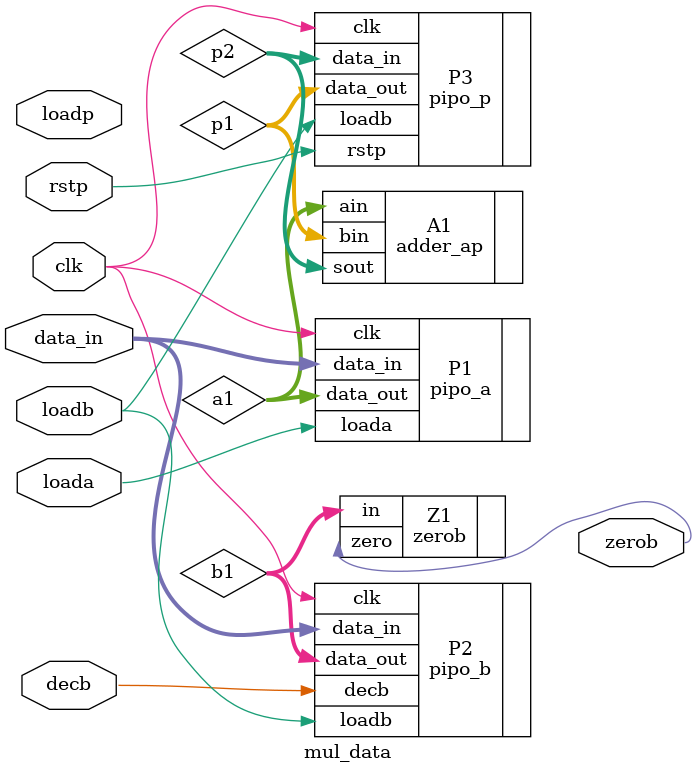
<source format=v>
`timescale 1ns / 1ps


module mul_data(
                clk,
                data_in,
                loada,
                loadb,
                loadp,
                rstp,
                decb,
                zerob,
                );

input clk, loada, loadb, loadp, rstp, decb;
input [15:0] data_in;

wire [15:0] a1, b1, p1, p2;

output zerob;

pipo_a P1 (
            .data_in (data_in), 
            .clk (clk), 
            .loada (loada), 
            .data_out (a1)
            );

pipo_b P2 (
            .data_in (data_in), 
            .clk (clk), 
            .loadb (loadb),
            .decb (decb), 
            .data_out (b1)
            );

pipo_p P3 (
            .data_in (p2), 
            .clk (clk), 
            .loadb (loadb),
            .rstp (rstp), 
            .data_out (p1)
            );

adder_ap A1 (
             .ain(a1),
             .bin(p1),
             .sout(p2)
            );

zerob Z1 (
          .in (b1),
          .zero (zerob)
         ); 

endmodule

</source>
